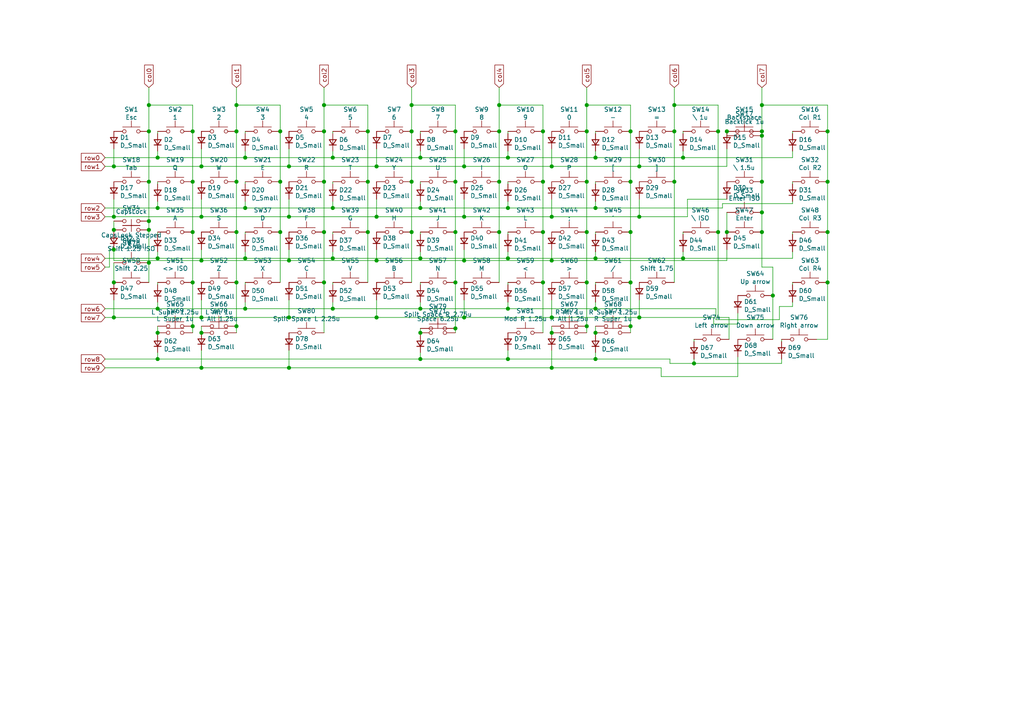
<source format=kicad_sch>
(kicad_sch (version 20210126) (generator eeschema)
  (paper "A4")
  (junction (at 33.02 48.26) (diameter 1.016))
  (junction (at 33.02 62.865) (diameter 1.016))
  (junction (at 33.02 66.675) (diameter 1.016))
  (junction (at 33.02 72.39) (diameter 1.016))
  (junction (at 33.02 81.915) (diameter 1.016))
  (junction (at 33.02 92.075) (diameter 1.016))
  (junction (at 43.18 30.48) (diameter 1.016))
  (junction (at 43.18 38.1) (diameter 1.016))
  (junction (at 43.18 52.705) (diameter 1.016))
  (junction (at 43.18 64.135) (diameter 1.016))
  (junction (at 43.18 66.675) (diameter 1.016))
  (junction (at 43.18 76.2) (diameter 1.016))
  (junction (at 45.72 45.72) (diameter 1.016))
  (junction (at 45.72 60.325) (diameter 1.016))
  (junction (at 45.72 74.93) (diameter 1.016))
  (junction (at 45.72 89.535) (diameter 1.016))
  (junction (at 45.72 96.52) (diameter 1.016))
  (junction (at 45.72 104.14) (diameter 1.016))
  (junction (at 55.88 38.1) (diameter 1.016))
  (junction (at 55.88 52.705) (diameter 1.016))
  (junction (at 55.88 67.31) (diameter 1.016))
  (junction (at 55.88 81.915) (diameter 1.016))
  (junction (at 55.88 94.615) (diameter 1.016))
  (junction (at 58.42 48.26) (diameter 1.016))
  (junction (at 58.42 62.865) (diameter 1.016))
  (junction (at 58.42 75.565) (diameter 1.016))
  (junction (at 58.42 92.075) (diameter 1.016))
  (junction (at 58.42 96.52) (diameter 1.016))
  (junction (at 58.42 106.68) (diameter 1.016))
  (junction (at 68.58 30.48) (diameter 1.016))
  (junction (at 68.58 38.1) (diameter 1.016))
  (junction (at 68.58 52.705) (diameter 1.016))
  (junction (at 68.58 67.31) (diameter 1.016))
  (junction (at 68.58 81.915) (diameter 1.016))
  (junction (at 68.58 94.615) (diameter 1.016))
  (junction (at 71.12 45.72) (diameter 1.016))
  (junction (at 71.12 60.325) (diameter 1.016))
  (junction (at 71.12 74.93) (diameter 1.016))
  (junction (at 71.12 89.535) (diameter 1.016))
  (junction (at 81.28 38.1) (diameter 1.016))
  (junction (at 81.28 52.705) (diameter 1.016))
  (junction (at 81.28 67.31) (diameter 1.016))
  (junction (at 83.82 48.26) (diameter 1.016))
  (junction (at 83.82 62.865) (diameter 1.016))
  (junction (at 83.82 75.565) (diameter 1.016))
  (junction (at 83.82 92.075) (diameter 1.016))
  (junction (at 83.82 106.68) (diameter 1.016))
  (junction (at 93.98 30.48) (diameter 1.016))
  (junction (at 93.98 38.1) (diameter 1.016))
  (junction (at 93.98 52.705) (diameter 1.016))
  (junction (at 93.98 67.31) (diameter 1.016))
  (junction (at 93.98 81.915) (diameter 1.016))
  (junction (at 96.52 45.72) (diameter 1.016))
  (junction (at 96.52 60.325) (diameter 1.016))
  (junction (at 96.52 74.93) (diameter 1.016))
  (junction (at 96.52 89.535) (diameter 1.016))
  (junction (at 106.68 38.1) (diameter 1.016))
  (junction (at 106.68 52.705) (diameter 1.016))
  (junction (at 106.68 67.31) (diameter 1.016))
  (junction (at 109.22 48.26) (diameter 1.016))
  (junction (at 109.22 62.865) (diameter 1.016))
  (junction (at 109.22 75.565) (diameter 1.016))
  (junction (at 109.22 92.075) (diameter 1.016))
  (junction (at 119.38 30.48) (diameter 1.016))
  (junction (at 119.38 38.1) (diameter 1.016))
  (junction (at 119.38 52.705) (diameter 1.016))
  (junction (at 119.38 67.31) (diameter 1.016))
  (junction (at 121.92 45.72) (diameter 1.016))
  (junction (at 121.92 60.325) (diameter 1.016))
  (junction (at 121.92 74.93) (diameter 1.016))
  (junction (at 121.92 89.535) (diameter 1.016))
  (junction (at 121.92 96.52) (diameter 1.016))
  (junction (at 121.92 104.14) (diameter 1.016))
  (junction (at 132.08 38.1) (diameter 1.016))
  (junction (at 132.08 52.705) (diameter 1.016))
  (junction (at 132.08 67.31) (diameter 1.016))
  (junction (at 132.08 81.915) (diameter 1.016))
  (junction (at 132.08 95.25) (diameter 1.016))
  (junction (at 134.62 48.26) (diameter 1.016))
  (junction (at 134.62 62.865) (diameter 1.016))
  (junction (at 134.62 75.565) (diameter 1.016))
  (junction (at 134.62 92.075) (diameter 1.016))
  (junction (at 144.78 30.48) (diameter 1.016))
  (junction (at 144.78 38.1) (diameter 1.016))
  (junction (at 144.78 52.705) (diameter 1.016))
  (junction (at 144.78 67.31) (diameter 1.016))
  (junction (at 147.32 45.72) (diameter 1.016))
  (junction (at 147.32 60.325) (diameter 1.016))
  (junction (at 147.32 74.93) (diameter 1.016))
  (junction (at 147.32 89.535) (diameter 1.016))
  (junction (at 147.32 104.14) (diameter 1.016))
  (junction (at 157.48 38.1) (diameter 1.016))
  (junction (at 157.48 52.705) (diameter 1.016))
  (junction (at 157.48 67.31) (diameter 1.016))
  (junction (at 157.48 81.915) (diameter 1.016))
  (junction (at 160.02 48.26) (diameter 1.016))
  (junction (at 160.02 62.865) (diameter 1.016))
  (junction (at 160.02 75.565) (diameter 1.016))
  (junction (at 160.02 92.075) (diameter 1.016))
  (junction (at 160.02 96.52) (diameter 1.016))
  (junction (at 160.02 106.68) (diameter 1.016))
  (junction (at 170.18 30.48) (diameter 1.016))
  (junction (at 170.18 38.1) (diameter 1.016))
  (junction (at 170.18 52.705) (diameter 1.016))
  (junction (at 170.18 67.31) (diameter 1.016))
  (junction (at 170.18 81.915) (diameter 1.016))
  (junction (at 170.18 94.615) (diameter 1.016))
  (junction (at 172.72 45.72) (diameter 1.016))
  (junction (at 172.72 60.325) (diameter 1.016))
  (junction (at 172.72 74.93) (diameter 1.016))
  (junction (at 172.72 89.535) (diameter 1.016))
  (junction (at 172.72 96.52) (diameter 1.016))
  (junction (at 172.72 104.14) (diameter 1.016))
  (junction (at 182.88 38.1) (diameter 1.016))
  (junction (at 182.88 52.705) (diameter 1.016))
  (junction (at 182.88 67.31) (diameter 1.016))
  (junction (at 182.88 81.915) (diameter 1.016))
  (junction (at 182.88 94.615) (diameter 1.016))
  (junction (at 185.42 48.26) (diameter 1.016))
  (junction (at 185.42 62.865) (diameter 1.016))
  (junction (at 185.42 92.075) (diameter 1.016))
  (junction (at 195.58 30.48) (diameter 1.016))
  (junction (at 195.58 38.1) (diameter 1.016))
  (junction (at 195.58 52.705) (diameter 1.016))
  (junction (at 198.12 45.72) (diameter 1.016))
  (junction (at 198.12 74.93) (diameter 1.016))
  (junction (at 201.295 105.41) (diameter 1.016))
  (junction (at 208.28 38.1) (diameter 1.016))
  (junction (at 208.28 67.31) (diameter 1.016))
  (junction (at 210.82 38.1) (diameter 1.016))
  (junction (at 210.82 67.31) (diameter 1.016))
  (junction (at 220.98 30.48) (diameter 1.016))
  (junction (at 220.98 38.1) (diameter 1.016))
  (junction (at 220.98 39.37) (diameter 1.016))
  (junction (at 220.98 52.705) (diameter 1.016))
  (junction (at 220.98 61.595) (diameter 1.016))
  (junction (at 220.98 67.31) (diameter 1.016))
  (junction (at 224.155 85.725) (diameter 1.016))
  (junction (at 240.03 38.1) (diameter 1.016))
  (junction (at 240.03 52.705) (diameter 1.016))
  (junction (at 240.03 67.31) (diameter 1.016))
  (junction (at 240.03 81.915) (diameter 1.016))
  (wire (pts (xy 30.48 45.72) (xy 45.72 45.72)))
  (wire (pts (xy 30.48 48.26) (xy 33.02 48.26)))
  (wire (pts (xy 30.48 60.325) (xy 45.72 60.325)))
  (wire (pts (xy 30.48 62.865) (xy 33.02 62.865)))
  (wire (pts (xy 30.48 74.93) (xy 45.72 74.93)))
  (wire (pts (xy 30.48 77.47) (xy 31.75 77.47)))
  (wire (pts (xy 30.48 89.535) (xy 45.72 89.535)))
  (wire (pts (xy 30.48 92.075) (xy 33.02 92.075)))
  (wire (pts (xy 30.48 104.14) (xy 45.72 104.14)))
  (wire (pts (xy 30.48 106.68) (xy 58.42 106.68)))
  (wire (pts (xy 31.75 72.39) (xy 33.02 72.39)))
  (wire (pts (xy 31.75 77.47) (xy 31.75 72.39)))
  (wire (pts (xy 33.02 48.26) (xy 33.02 43.18)))
  (wire (pts (xy 33.02 48.26) (xy 58.42 48.26)))
  (wire (pts (xy 33.02 62.865) (xy 33.02 57.785)))
  (wire (pts (xy 33.02 62.865) (xy 58.42 62.865)))
  (wire (pts (xy 33.02 64.135) (xy 33.02 66.675)))
  (wire (pts (xy 33.02 66.675) (xy 33.02 67.31)))
  (wire (pts (xy 33.02 72.39) (xy 33.02 75.565)))
  (wire (pts (xy 33.02 75.565) (xy 58.42 75.565)))
  (wire (pts (xy 33.02 76.2) (xy 33.02 81.915)))
  (wire (pts (xy 33.02 92.075) (xy 33.02 86.995)))
  (wire (pts (xy 33.02 92.075) (xy 58.42 92.075)))
  (wire (pts (xy 43.18 25.4) (xy 43.18 30.48)))
  (wire (pts (xy 43.18 30.48) (xy 43.18 38.1)))
  (wire (pts (xy 43.18 30.48) (xy 55.88 30.48)))
  (wire (pts (xy 43.18 38.1) (xy 43.18 52.705)))
  (wire (pts (xy 43.18 52.705) (xy 43.18 64.135)))
  (wire (pts (xy 43.18 64.135) (xy 43.18 66.675)))
  (wire (pts (xy 43.18 66.675) (xy 43.18 76.2)))
  (wire (pts (xy 43.18 76.2) (xy 43.18 81.915)))
  (wire (pts (xy 45.72 38.1) (xy 45.72 38.735)))
  (wire (pts (xy 45.72 45.72) (xy 45.72 43.815)))
  (wire (pts (xy 45.72 45.72) (xy 71.12 45.72)))
  (wire (pts (xy 45.72 52.705) (xy 45.72 53.34)))
  (wire (pts (xy 45.72 60.325) (xy 45.72 58.42)))
  (wire (pts (xy 45.72 60.325) (xy 71.12 60.325)))
  (wire (pts (xy 45.72 67.31) (xy 45.72 67.945)))
  (wire (pts (xy 45.72 74.93) (xy 45.72 73.025)))
  (wire (pts (xy 45.72 74.93) (xy 71.12 74.93)))
  (wire (pts (xy 45.72 81.915) (xy 45.72 82.55)))
  (wire (pts (xy 45.72 89.535) (xy 45.72 87.63)))
  (wire (pts (xy 45.72 89.535) (xy 71.12 89.535)))
  (wire (pts (xy 45.72 94.615) (xy 45.72 96.52)))
  (wire (pts (xy 45.72 96.52) (xy 45.72 97.155)))
  (wire (pts (xy 45.72 104.14) (xy 45.72 102.235)))
  (wire (pts (xy 45.72 104.14) (xy 121.92 104.14)))
  (wire (pts (xy 55.88 30.48) (xy 55.88 38.1)))
  (wire (pts (xy 55.88 38.1) (xy 55.88 52.705)))
  (wire (pts (xy 55.88 52.705) (xy 55.88 67.31)))
  (wire (pts (xy 55.88 67.31) (xy 55.88 81.915)))
  (wire (pts (xy 55.88 81.915) (xy 55.88 94.615)))
  (wire (pts (xy 55.88 94.615) (xy 55.88 96.52)))
  (wire (pts (xy 58.42 48.26) (xy 58.42 43.18)))
  (wire (pts (xy 58.42 48.26) (xy 83.82 48.26)))
  (wire (pts (xy 58.42 62.865) (xy 58.42 57.785)))
  (wire (pts (xy 58.42 62.865) (xy 83.82 62.865)))
  (wire (pts (xy 58.42 75.565) (xy 58.42 72.39)))
  (wire (pts (xy 58.42 75.565) (xy 83.82 75.565)))
  (wire (pts (xy 58.42 92.075) (xy 58.42 86.995)))
  (wire (pts (xy 58.42 92.075) (xy 83.82 92.075)))
  (wire (pts (xy 58.42 94.615) (xy 58.42 96.52)))
  (wire (pts (xy 58.42 106.68) (xy 58.42 101.6)))
  (wire (pts (xy 58.42 106.68) (xy 83.82 106.68)))
  (wire (pts (xy 68.58 25.4) (xy 68.58 30.48)))
  (wire (pts (xy 68.58 30.48) (xy 68.58 38.1)))
  (wire (pts (xy 68.58 30.48) (xy 81.28 30.48)))
  (wire (pts (xy 68.58 38.1) (xy 68.58 52.705)))
  (wire (pts (xy 68.58 52.705) (xy 68.58 67.31)))
  (wire (pts (xy 68.58 67.31) (xy 68.58 81.915)))
  (wire (pts (xy 68.58 81.915) (xy 68.58 94.615)))
  (wire (pts (xy 68.58 94.615) (xy 68.58 96.52)))
  (wire (pts (xy 71.12 38.1) (xy 71.12 38.735)))
  (wire (pts (xy 71.12 45.72) (xy 71.12 43.815)))
  (wire (pts (xy 71.12 45.72) (xy 96.52 45.72)))
  (wire (pts (xy 71.12 52.705) (xy 71.12 53.34)))
  (wire (pts (xy 71.12 60.325) (xy 71.12 58.42)))
  (wire (pts (xy 71.12 60.325) (xy 96.52 60.325)))
  (wire (pts (xy 71.12 67.31) (xy 71.12 67.945)))
  (wire (pts (xy 71.12 74.93) (xy 71.12 73.025)))
  (wire (pts (xy 71.12 74.93) (xy 96.52 74.93)))
  (wire (pts (xy 71.12 81.915) (xy 71.12 82.55)))
  (wire (pts (xy 71.12 89.535) (xy 71.12 87.63)))
  (wire (pts (xy 71.12 89.535) (xy 96.52 89.535)))
  (wire (pts (xy 81.28 30.48) (xy 81.28 38.1)))
  (wire (pts (xy 81.28 38.1) (xy 81.28 52.705)))
  (wire (pts (xy 81.28 52.705) (xy 81.28 67.31)))
  (wire (pts (xy 81.28 67.31) (xy 81.28 81.915)))
  (wire (pts (xy 83.82 48.26) (xy 83.82 43.18)))
  (wire (pts (xy 83.82 48.26) (xy 109.22 48.26)))
  (wire (pts (xy 83.82 62.865) (xy 83.82 57.785)))
  (wire (pts (xy 83.82 62.865) (xy 109.22 62.865)))
  (wire (pts (xy 83.82 75.565) (xy 83.82 72.39)))
  (wire (pts (xy 83.82 75.565) (xy 109.22 75.565)))
  (wire (pts (xy 83.82 92.075) (xy 83.82 86.995)))
  (wire (pts (xy 83.82 92.075) (xy 109.22 92.075)))
  (wire (pts (xy 83.82 101.6) (xy 83.82 106.68)))
  (wire (pts (xy 83.82 106.68) (xy 160.02 106.68)))
  (wire (pts (xy 93.98 25.4) (xy 93.98 30.48)))
  (wire (pts (xy 93.98 30.48) (xy 93.98 38.1)))
  (wire (pts (xy 93.98 30.48) (xy 106.68 30.48)))
  (wire (pts (xy 93.98 38.1) (xy 93.98 52.705)))
  (wire (pts (xy 93.98 52.705) (xy 93.98 67.31)))
  (wire (pts (xy 93.98 67.31) (xy 93.98 81.915)))
  (wire (pts (xy 93.98 81.915) (xy 93.98 96.52)))
  (wire (pts (xy 96.52 38.1) (xy 96.52 38.735)))
  (wire (pts (xy 96.52 45.72) (xy 96.52 43.815)))
  (wire (pts (xy 96.52 45.72) (xy 121.92 45.72)))
  (wire (pts (xy 96.52 52.705) (xy 96.52 53.34)))
  (wire (pts (xy 96.52 60.325) (xy 96.52 58.42)))
  (wire (pts (xy 96.52 60.325) (xy 121.92 60.325)))
  (wire (pts (xy 96.52 67.31) (xy 96.52 67.945)))
  (wire (pts (xy 96.52 74.93) (xy 96.52 73.025)))
  (wire (pts (xy 96.52 74.93) (xy 121.92 74.93)))
  (wire (pts (xy 96.52 81.915) (xy 96.52 82.55)))
  (wire (pts (xy 96.52 89.535) (xy 96.52 87.63)))
  (wire (pts (xy 96.52 89.535) (xy 121.92 89.535)))
  (wire (pts (xy 106.68 30.48) (xy 106.68 38.1)))
  (wire (pts (xy 106.68 38.1) (xy 106.68 52.705)))
  (wire (pts (xy 106.68 52.705) (xy 106.68 67.31)))
  (wire (pts (xy 106.68 67.31) (xy 106.68 81.915)))
  (wire (pts (xy 109.22 48.26) (xy 109.22 43.18)))
  (wire (pts (xy 109.22 48.26) (xy 134.62 48.26)))
  (wire (pts (xy 109.22 62.865) (xy 109.22 57.785)))
  (wire (pts (xy 109.22 62.865) (xy 134.62 62.865)))
  (wire (pts (xy 109.22 75.565) (xy 109.22 72.39)))
  (wire (pts (xy 109.22 75.565) (xy 134.62 75.565)))
  (wire (pts (xy 109.22 92.075) (xy 109.22 86.995)))
  (wire (pts (xy 109.22 92.075) (xy 134.62 92.075)))
  (wire (pts (xy 119.38 25.4) (xy 119.38 30.48)))
  (wire (pts (xy 119.38 30.48) (xy 119.38 38.1)))
  (wire (pts (xy 119.38 30.48) (xy 132.08 30.48)))
  (wire (pts (xy 119.38 38.1) (xy 119.38 52.705)))
  (wire (pts (xy 119.38 52.705) (xy 119.38 67.31)))
  (wire (pts (xy 119.38 67.31) (xy 119.38 81.915)))
  (wire (pts (xy 121.92 38.1) (xy 121.92 38.735)))
  (wire (pts (xy 121.92 45.72) (xy 121.92 43.815)))
  (wire (pts (xy 121.92 45.72) (xy 147.32 45.72)))
  (wire (pts (xy 121.92 52.705) (xy 121.92 53.34)))
  (wire (pts (xy 121.92 60.325) (xy 121.92 58.42)))
  (wire (pts (xy 121.92 60.325) (xy 147.32 60.325)))
  (wire (pts (xy 121.92 67.31) (xy 121.92 67.945)))
  (wire (pts (xy 121.92 74.93) (xy 121.92 73.025)))
  (wire (pts (xy 121.92 74.93) (xy 147.32 74.93)))
  (wire (pts (xy 121.92 81.915) (xy 121.92 82.55)))
  (wire (pts (xy 121.92 89.535) (xy 121.92 87.63)))
  (wire (pts (xy 121.92 89.535) (xy 147.32 89.535)))
  (wire (pts (xy 121.92 95.25) (xy 121.92 96.52)))
  (wire (pts (xy 121.92 96.52) (xy 121.92 97.155)))
  (wire (pts (xy 121.92 104.14) (xy 121.92 102.235)))
  (wire (pts (xy 121.92 104.14) (xy 147.32 104.14)))
  (wire (pts (xy 132.08 30.48) (xy 132.08 38.1)))
  (wire (pts (xy 132.08 38.1) (xy 132.08 52.705)))
  (wire (pts (xy 132.08 52.705) (xy 132.08 67.31)))
  (wire (pts (xy 132.08 67.31) (xy 132.08 81.915)))
  (wire (pts (xy 132.08 81.915) (xy 132.08 95.25)))
  (wire (pts (xy 132.08 95.25) (xy 132.08 96.52)))
  (wire (pts (xy 134.62 48.26) (xy 134.62 43.18)))
  (wire (pts (xy 134.62 48.26) (xy 160.02 48.26)))
  (wire (pts (xy 134.62 62.865) (xy 134.62 57.785)))
  (wire (pts (xy 134.62 62.865) (xy 160.02 62.865)))
  (wire (pts (xy 134.62 75.565) (xy 134.62 72.39)))
  (wire (pts (xy 134.62 75.565) (xy 160.02 75.565)))
  (wire (pts (xy 134.62 92.075) (xy 134.62 86.995)))
  (wire (pts (xy 134.62 92.075) (xy 160.02 92.075)))
  (wire (pts (xy 144.78 25.4) (xy 144.78 30.48)))
  (wire (pts (xy 144.78 30.48) (xy 144.78 38.1)))
  (wire (pts (xy 144.78 30.48) (xy 157.48 30.48)))
  (wire (pts (xy 144.78 38.1) (xy 144.78 52.705)))
  (wire (pts (xy 144.78 52.705) (xy 144.78 67.31)))
  (wire (pts (xy 144.78 67.31) (xy 144.78 81.915)))
  (wire (pts (xy 147.32 38.1) (xy 147.32 38.735)))
  (wire (pts (xy 147.32 45.72) (xy 147.32 43.815)))
  (wire (pts (xy 147.32 45.72) (xy 172.72 45.72)))
  (wire (pts (xy 147.32 52.705) (xy 147.32 53.34)))
  (wire (pts (xy 147.32 60.325) (xy 147.32 58.42)))
  (wire (pts (xy 147.32 60.325) (xy 172.72 60.325)))
  (wire (pts (xy 147.32 67.31) (xy 147.32 67.945)))
  (wire (pts (xy 147.32 74.93) (xy 147.32 73.025)))
  (wire (pts (xy 147.32 74.93) (xy 172.72 74.93)))
  (wire (pts (xy 147.32 81.915) (xy 147.32 82.55)))
  (wire (pts (xy 147.32 89.535) (xy 147.32 87.63)))
  (wire (pts (xy 147.32 89.535) (xy 172.72 89.535)))
  (wire (pts (xy 147.32 101.6) (xy 147.32 104.14)))
  (wire (pts (xy 147.32 104.14) (xy 172.72 104.14)))
  (wire (pts (xy 157.48 30.48) (xy 157.48 38.1)))
  (wire (pts (xy 157.48 38.1) (xy 157.48 52.705)))
  (wire (pts (xy 157.48 52.705) (xy 157.48 67.31)))
  (wire (pts (xy 157.48 67.31) (xy 157.48 81.915)))
  (wire (pts (xy 157.48 81.915) (xy 157.48 96.52)))
  (wire (pts (xy 160.02 48.26) (xy 160.02 43.18)))
  (wire (pts (xy 160.02 48.26) (xy 185.42 48.26)))
  (wire (pts (xy 160.02 62.865) (xy 160.02 57.785)))
  (wire (pts (xy 160.02 62.865) (xy 185.42 62.865)))
  (wire (pts (xy 160.02 75.565) (xy 160.02 72.39)))
  (wire (pts (xy 160.02 75.565) (xy 210.82 75.565)))
  (wire (pts (xy 160.02 92.075) (xy 160.02 86.995)))
  (wire (pts (xy 160.02 92.075) (xy 185.42 92.075)))
  (wire (pts (xy 160.02 94.615) (xy 160.02 96.52)))
  (wire (pts (xy 160.02 106.68) (xy 160.02 101.6)))
  (wire (pts (xy 160.02 106.68) (xy 191.77 106.68)))
  (wire (pts (xy 170.18 25.4) (xy 170.18 30.48)))
  (wire (pts (xy 170.18 30.48) (xy 170.18 38.1)))
  (wire (pts (xy 170.18 38.1) (xy 170.18 52.705)))
  (wire (pts (xy 170.18 52.705) (xy 170.18 67.31)))
  (wire (pts (xy 170.18 67.31) (xy 170.18 81.915)))
  (wire (pts (xy 170.18 81.915) (xy 170.18 94.615)))
  (wire (pts (xy 170.18 94.615) (xy 170.18 96.52)))
  (wire (pts (xy 172.72 38.1) (xy 172.72 38.735)))
  (wire (pts (xy 172.72 45.72) (xy 172.72 43.815)))
  (wire (pts (xy 172.72 45.72) (xy 198.12 45.72)))
  (wire (pts (xy 172.72 52.705) (xy 172.72 53.34)))
  (wire (pts (xy 172.72 60.325) (xy 172.72 58.42)))
  (wire (pts (xy 172.72 60.325) (xy 209.55 60.325)))
  (wire (pts (xy 172.72 67.31) (xy 172.72 67.945)))
  (wire (pts (xy 172.72 74.93) (xy 172.72 73.025)))
  (wire (pts (xy 172.72 74.93) (xy 198.12 74.93)))
  (wire (pts (xy 172.72 81.915) (xy 172.72 82.55)))
  (wire (pts (xy 172.72 89.535) (xy 172.72 87.63)))
  (wire (pts (xy 172.72 89.535) (xy 207.645 89.535)))
  (wire (pts (xy 172.72 94.615) (xy 172.72 96.52)))
  (wire (pts (xy 172.72 96.52) (xy 172.72 97.155)))
  (wire (pts (xy 172.72 104.14) (xy 172.72 102.235)))
  (wire (pts (xy 172.72 104.14) (xy 194.31 104.14)))
  (wire (pts (xy 182.88 30.48) (xy 170.18 30.48)))
  (wire (pts (xy 182.88 30.48) (xy 182.88 38.1)))
  (wire (pts (xy 182.88 38.1) (xy 182.88 52.705)))
  (wire (pts (xy 182.88 52.705) (xy 182.88 67.31)))
  (wire (pts (xy 182.88 67.31) (xy 182.88 81.915)))
  (wire (pts (xy 182.88 81.915) (xy 182.88 94.615)))
  (wire (pts (xy 182.88 94.615) (xy 182.88 96.52)))
  (wire (pts (xy 185.42 48.26) (xy 185.42 43.18)))
  (wire (pts (xy 185.42 48.26) (xy 210.82 48.26)))
  (wire (pts (xy 185.42 62.865) (xy 185.42 57.785)))
  (wire (pts (xy 185.42 62.865) (xy 199.39 62.865)))
  (wire (pts (xy 185.42 92.075) (xy 185.42 86.995)))
  (wire (pts (xy 185.42 92.075) (xy 207.01 92.075)))
  (wire (pts (xy 191.77 106.68) (xy 191.77 109.22)))
  (wire (pts (xy 191.77 109.22) (xy 213.995 109.22)))
  (wire (pts (xy 194.31 104.14) (xy 194.31 105.41)))
  (wire (pts (xy 194.31 105.41) (xy 201.295 105.41)))
  (wire (pts (xy 195.58 25.4) (xy 195.58 30.48)))
  (wire (pts (xy 195.58 30.48) (xy 195.58 38.1)))
  (wire (pts (xy 195.58 30.48) (xy 208.28 30.48)))
  (wire (pts (xy 195.58 38.1) (xy 195.58 52.705)))
  (wire (pts (xy 195.58 52.705) (xy 195.58 81.915)))
  (wire (pts (xy 198.12 38.1) (xy 198.12 38.735)))
  (wire (pts (xy 198.12 45.72) (xy 198.12 43.815)))
  (wire (pts (xy 198.12 45.72) (xy 229.87 45.72)))
  (wire (pts (xy 198.12 67.31) (xy 198.12 67.945)))
  (wire (pts (xy 198.12 74.93) (xy 198.12 73.025)))
  (wire (pts (xy 198.12 74.93) (xy 229.87 74.93)))
  (wire (pts (xy 199.39 57.785) (xy 210.82 57.785)))
  (wire (pts (xy 199.39 62.865) (xy 199.39 57.785)))
  (wire (pts (xy 201.295 98.425) (xy 201.295 99.06)))
  (wire (pts (xy 201.295 105.41) (xy 201.295 104.14)))
  (wire (pts (xy 201.295 105.41) (xy 226.695 105.41)))
  (wire (pts (xy 207.01 92.075) (xy 207.01 93.98)))
  (wire (pts (xy 207.01 93.98) (xy 213.995 93.98)))
  (wire (pts (xy 207.645 89.535) (xy 207.645 92.71)))
  (wire (pts (xy 207.645 92.71) (xy 226.06 92.71)))
  (wire (pts (xy 208.28 30.48) (xy 208.28 38.1)))
  (wire (pts (xy 208.28 38.1) (xy 208.28 67.31)))
  (wire (pts (xy 208.28 67.31) (xy 208.28 92.075)))
  (wire (pts (xy 208.28 92.075) (xy 211.455 92.075)))
  (wire (pts (xy 209.55 59.055) (xy 229.87 59.055)))
  (wire (pts (xy 209.55 60.325) (xy 209.55 59.055)))
  (wire (pts (xy 210.82 38.1) (xy 210.82 39.37)))
  (wire (pts (xy 210.82 48.26) (xy 210.82 43.18)))
  (wire (pts (xy 210.82 61.595) (xy 210.82 67.31)))
  (wire (pts (xy 210.82 75.565) (xy 210.82 72.39)))
  (wire (pts (xy 211.455 92.075) (xy 211.455 98.425)))
  (wire (pts (xy 213.995 93.98) (xy 213.995 90.805)))
  (wire (pts (xy 213.995 109.22) (xy 213.995 103.505)))
  (wire (pts (xy 220.98 25.4) (xy 220.98 30.48)))
  (wire (pts (xy 220.98 30.48) (xy 220.98 38.1)))
  (wire (pts (xy 220.98 38.1) (xy 220.98 39.37)))
  (wire (pts (xy 220.98 39.37) (xy 220.98 52.705)))
  (wire (pts (xy 220.98 52.705) (xy 220.98 61.595)))
  (wire (pts (xy 220.98 61.595) (xy 220.98 67.31)))
  (wire (pts (xy 220.98 67.31) (xy 220.98 77.47)))
  (wire (pts (xy 220.98 77.47) (xy 224.155 77.47)))
  (wire (pts (xy 224.155 77.47) (xy 224.155 85.725)))
  (wire (pts (xy 224.155 85.725) (xy 224.155 98.425)))
  (wire (pts (xy 226.06 88.9) (xy 229.87 88.9)))
  (wire (pts (xy 226.06 92.71) (xy 226.06 88.9)))
  (wire (pts (xy 226.695 98.425) (xy 226.695 99.06)))
  (wire (pts (xy 226.695 105.41) (xy 226.695 104.14)))
  (wire (pts (xy 229.87 38.1) (xy 229.87 38.735)))
  (wire (pts (xy 229.87 45.72) (xy 229.87 43.815)))
  (wire (pts (xy 229.87 52.705) (xy 229.87 53.34)))
  (wire (pts (xy 229.87 59.055) (xy 229.87 58.42)))
  (wire (pts (xy 229.87 67.31) (xy 229.87 67.945)))
  (wire (pts (xy 229.87 74.93) (xy 229.87 73.025)))
  (wire (pts (xy 229.87 81.915) (xy 229.87 82.55)))
  (wire (pts (xy 229.87 88.9) (xy 229.87 87.63)))
  (wire (pts (xy 240.03 30.48) (xy 220.98 30.48)))
  (wire (pts (xy 240.03 30.48) (xy 240.03 38.1)))
  (wire (pts (xy 240.03 38.1) (xy 240.03 52.705)))
  (wire (pts (xy 240.03 52.705) (xy 240.03 67.31)))
  (wire (pts (xy 240.03 67.31) (xy 240.03 81.915)))
  (wire (pts (xy 240.03 81.915) (xy 240.03 98.425)))
  (wire (pts (xy 240.03 98.425) (xy 236.855 98.425)))
  (global_label "row0" (shape input) (at 30.48 45.72 180) (property "Intersheet References" "${INTERSHEET_REFS}" (effects hide)))
  (global_label "row1" (shape input) (at 30.48 48.26 180) (property "Intersheet References" "${INTERSHEET_REFS}" (effects hide)))
  (global_label "row2" (shape input) (at 30.48 60.325 180) (property "Intersheet References" "${INTERSHEET_REFS}" (effects hide)))
  (global_label "row3" (shape input) (at 30.48 62.865 180) (property "Intersheet References" "${INTERSHEET_REFS}" (effects hide)))
  (global_label "row4" (shape input) (at 30.48 74.93 180) (property "Intersheet References" "${INTERSHEET_REFS}" (effects hide)))
  (global_label "row5" (shape input) (at 30.48 77.47 180) (property "Intersheet References" "${INTERSHEET_REFS}" (effects hide)))
  (global_label "row6" (shape input) (at 30.48 89.535 180) (property "Intersheet References" "${INTERSHEET_REFS}" (effects hide)))
  (global_label "row7" (shape input) (at 30.48 92.075 180) (property "Intersheet References" "${INTERSHEET_REFS}" (effects hide)))
  (global_label "row8" (shape input) (at 30.48 104.14 180) (property "Intersheet References" "${INTERSHEET_REFS}" (effects hide)))
  (global_label "row9" (shape input) (at 30.48 106.68 180) (property "Intersheet References" "${INTERSHEET_REFS}" (effects hide)))
  (global_label "col0" (shape input) (at 43.18 25.4 90) (property "Intersheet References" "${INTERSHEET_REFS}" (effects hide)))
  (global_label "col1" (shape input) (at 68.58 25.4 90) (property "Intersheet References" "${INTERSHEET_REFS}" (effects hide)))
  (global_label "col2" (shape input) (at 93.98 25.4 90) (property "Intersheet References" "${INTERSHEET_REFS}" (effects hide)))
  (global_label "col3" (shape input) (at 119.38 25.4 90) (property "Intersheet References" "${INTERSHEET_REFS}" (effects hide)))
  (global_label "col4" (shape input) (at 144.78 25.4 90) (property "Intersheet References" "${INTERSHEET_REFS}" (effects hide)))
  (global_label "col5" (shape input) (at 170.18 25.4 90) (property "Intersheet References" "${INTERSHEET_REFS}" (effects hide)))
  (global_label "col6" (shape input) (at 195.58 25.4 90) (property "Intersheet References" "${INTERSHEET_REFS}" (effects hide)))
  (global_label "col7" (shape input) (at 220.98 25.4 90) (property "Intersheet References" "${INTERSHEET_REFS}" (effects hide)))
  (symbol (lib_id "Device:D_Small") (at 33.02 40.64 90) (unit 1)
    (property "Reference" "D1" (at 34.7981 39.8791 90) (effects (justify right)))
    (property "Value" "D_Small" (at 34.7981 42.1778 90) (effects (justify right)))
    (property "Footprint" "Diode_SMD:D_0805_2012Metric" (effects hide))
  )
  (symbol (lib_id "Device:D_Small") (at 33.02 55.245 90) (unit 1)
    (property "Reference" "D17" (at 34.7981 54.4841 90) (effects (justify right)))
    (property "Value" "D_Small" (at 34.7981 56.7828 90) (effects (justify right)))
    (property "Footprint" "Diode_SMD:D_0805_2012Metric" (effects hide))
  )
  (symbol (lib_id "Device:D_Small") (at 33.02 69.85 90) (unit 1)
    (property "Reference" "D32" (at 34.7981 69.0891 90) (effects (justify right)))
    (property "Value" "D_Small" (at 34.7981 71.3878 90) (effects (justify right)))
    (property "Footprint" "Diode_SMD:D_0805_2012Metric" (effects hide))
  )
  (symbol (lib_id "Device:D_Small") (at 33.02 84.455 90) (unit 1)
    (property "Reference" "D47" (at 34.7981 83.6941 90) (effects (justify right)))
    (property "Value" "D_Small" (at 34.7981 85.9928 90) (effects (justify right)))
    (property "Footprint" "Diode_SMD:D_0805_2012Metric" (effects hide))
  )
  (symbol (lib_id "Device:D_Small") (at 45.72 41.275 90) (unit 1)
    (property "Reference" "D2" (at 47.4981 40.5141 90) (effects (justify right)))
    (property "Value" "D_Small" (at 47.4981 42.8128 90) (effects (justify right)))
    (property "Footprint" "Diode_SMD:D_0805_2012Metric" (effects hide))
  )
  (symbol (lib_id "Device:D_Small") (at 45.72 55.88 90) (unit 1)
    (property "Reference" "D18" (at 47.4981 55.1191 90) (effects (justify right)))
    (property "Value" "D_Small" (at 47.4981 57.4178 90) (effects (justify right)))
    (property "Footprint" "Diode_SMD:D_0805_2012Metric" (effects hide))
  )
  (symbol (lib_id "Device:D_Small") (at 45.72 70.485 90) (unit 1)
    (property "Reference" "D33" (at 47.4981 69.7241 90) (effects (justify right)))
    (property "Value" "D_Small" (at 47.4981 72.0228 90) (effects (justify right)))
    (property "Footprint" "Diode_SMD:D_0805_2012Metric" (effects hide))
  )
  (symbol (lib_id "Device:D_Small") (at 45.72 85.09 90) (unit 1)
    (property "Reference" "D48" (at 47.4981 84.3291 90) (effects (justify right)))
    (property "Value" "D_Small" (at 47.4981 86.6278 90) (effects (justify right)))
    (property "Footprint" "Diode_SMD:D_0805_2012Metric" (effects hide))
  )
  (symbol (lib_id "Device:D_Small") (at 45.72 99.695 90) (unit 1)
    (property "Reference" "D62" (at 47.4981 98.9341 90) (effects (justify right)))
    (property "Value" "D_Small" (at 47.4981 101.2328 90) (effects (justify right)))
    (property "Footprint" "Diode_SMD:D_0805_2012Metric" (effects hide))
  )
  (symbol (lib_id "Device:D_Small") (at 58.42 40.64 90) (unit 1)
    (property "Reference" "D3" (at 60.1981 39.8791 90) (effects (justify right)))
    (property "Value" "D_Small" (at 60.1981 42.1778 90) (effects (justify right)))
    (property "Footprint" "Diode_SMD:D_0805_2012Metric" (effects hide))
  )
  (symbol (lib_id "Device:D_Small") (at 58.42 55.245 90) (unit 1)
    (property "Reference" "D19" (at 60.1981 54.4841 90) (effects (justify right)))
    (property "Value" "D_Small" (at 60.1981 56.7828 90) (effects (justify right)))
    (property "Footprint" "Diode_SMD:D_0805_2012Metric" (effects hide))
  )
  (symbol (lib_id "Device:D_Small") (at 58.42 69.85 90) (unit 1)
    (property "Reference" "D34" (at 60.1981 69.0891 90) (effects (justify right)))
    (property "Value" "D_Small" (at 60.1981 71.3878 90) (effects (justify right)))
    (property "Footprint" "Diode_SMD:D_0805_2012Metric" (effects hide))
  )
  (symbol (lib_id "Device:D_Small") (at 58.42 84.455 90) (unit 1)
    (property "Reference" "D49" (at 60.1981 83.6941 90) (effects (justify right)))
    (property "Value" "D_Small" (at 60.1981 85.9928 90) (effects (justify right)))
    (property "Footprint" "Diode_SMD:D_0805_2012Metric" (effects hide))
  )
  (symbol (lib_id "Device:D_Small") (at 58.42 99.06 90) (unit 1)
    (property "Reference" "D63" (at 60.1981 98.2991 90) (effects (justify right)))
    (property "Value" "D_Small" (at 60.1981 100.5978 90) (effects (justify right)))
    (property "Footprint" "Diode_SMD:D_0805_2012Metric" (effects hide))
  )
  (symbol (lib_id "Device:D_Small") (at 71.12 41.275 90) (unit 1)
    (property "Reference" "D4" (at 72.8981 40.5141 90) (effects (justify right)))
    (property "Value" "D_Small" (at 72.8981 42.8128 90) (effects (justify right)))
    (property "Footprint" "Diode_SMD:D_0805_2012Metric" (effects hide))
  )
  (symbol (lib_id "Device:D_Small") (at 71.12 55.88 90) (unit 1)
    (property "Reference" "D20" (at 72.8981 55.1191 90) (effects (justify right)))
    (property "Value" "D_Small" (at 72.8981 57.4178 90) (effects (justify right)))
    (property "Footprint" "Diode_SMD:D_0805_2012Metric" (effects hide))
  )
  (symbol (lib_id "Device:D_Small") (at 71.12 70.485 90) (unit 1)
    (property "Reference" "D35" (at 72.8981 69.7241 90) (effects (justify right)))
    (property "Value" "D_Small" (at 72.8981 72.0228 90) (effects (justify right)))
    (property "Footprint" "Diode_SMD:D_0805_2012Metric" (effects hide))
  )
  (symbol (lib_id "Device:D_Small") (at 71.12 85.09 90) (unit 1)
    (property "Reference" "D50" (at 72.8981 84.3291 90) (effects (justify right)))
    (property "Value" "D_Small" (at 72.8981 86.6278 90) (effects (justify right)))
    (property "Footprint" "Diode_SMD:D_0805_2012Metric" (effects hide))
  )
  (symbol (lib_id "Device:D_Small") (at 83.82 40.64 90) (unit 1)
    (property "Reference" "D5" (at 85.5981 39.8791 90) (effects (justify right)))
    (property "Value" "D_Small" (at 85.5981 42.1778 90) (effects (justify right)))
    (property "Footprint" "Diode_SMD:D_0805_2012Metric" (effects hide))
  )
  (symbol (lib_id "Device:D_Small") (at 83.82 55.245 90) (unit 1)
    (property "Reference" "D21" (at 85.5981 54.4841 90) (effects (justify right)))
    (property "Value" "D_Small" (at 85.5981 56.7828 90) (effects (justify right)))
    (property "Footprint" "Diode_SMD:D_0805_2012Metric" (effects hide))
  )
  (symbol (lib_id "Device:D_Small") (at 83.82 69.85 90) (unit 1)
    (property "Reference" "D36" (at 85.5981 69.0891 90) (effects (justify right)))
    (property "Value" "D_Small" (at 85.5981 71.3878 90) (effects (justify right)))
    (property "Footprint" "Diode_SMD:D_0805_2012Metric" (effects hide))
  )
  (symbol (lib_id "Device:D_Small") (at 83.82 84.455 90) (unit 1)
    (property "Reference" "D51" (at 85.5981 83.6941 90) (effects (justify right)))
    (property "Value" "D_Small" (at 85.5981 85.9928 90) (effects (justify right)))
    (property "Footprint" "Diode_SMD:D_0805_2012Metric" (effects hide))
  )
  (symbol (lib_id "Device:D_Small") (at 83.82 99.06 90) (unit 1)
    (property "Reference" "D78" (at 85.5981 98.2991 90) (effects (justify right)))
    (property "Value" "D_Small" (at 85.5981 100.5978 90) (effects (justify right)))
    (property "Footprint" "Diode_SMD:D_0805_2012Metric" (effects hide))
  )
  (symbol (lib_id "Device:D_Small") (at 96.52 41.275 90) (unit 1)
    (property "Reference" "D6" (at 98.2981 40.5141 90) (effects (justify right)))
    (property "Value" "D_Small" (at 98.2981 42.8128 90) (effects (justify right)))
    (property "Footprint" "Diode_SMD:D_0805_2012Metric" (effects hide))
  )
  (symbol (lib_id "Device:D_Small") (at 96.52 55.88 90) (unit 1)
    (property "Reference" "D22" (at 98.2981 55.1191 90) (effects (justify right)))
    (property "Value" "D_Small" (at 98.2981 57.4178 90) (effects (justify right)))
    (property "Footprint" "Diode_SMD:D_0805_2012Metric" (effects hide))
  )
  (symbol (lib_id "Device:D_Small") (at 96.52 70.485 90) (unit 1)
    (property "Reference" "D37" (at 98.2981 69.7241 90) (effects (justify right)))
    (property "Value" "D_Small" (at 98.2981 72.0228 90) (effects (justify right)))
    (property "Footprint" "Diode_SMD:D_0805_2012Metric" (effects hide))
  )
  (symbol (lib_id "Device:D_Small") (at 96.52 85.09 90) (unit 1)
    (property "Reference" "D52" (at 98.2981 84.3291 90) (effects (justify right)))
    (property "Value" "D_Small" (at 98.2981 86.6278 90) (effects (justify right)))
    (property "Footprint" "Diode_SMD:D_0805_2012Metric" (effects hide))
  )
  (symbol (lib_id "Device:D_Small") (at 109.22 40.64 90) (unit 1)
    (property "Reference" "D7" (at 110.9981 39.8791 90) (effects (justify right)))
    (property "Value" "D_Small" (at 110.9981 42.1778 90) (effects (justify right)))
    (property "Footprint" "Diode_SMD:D_0805_2012Metric" (effects hide))
  )
  (symbol (lib_id "Device:D_Small") (at 109.22 55.245 90) (unit 1)
    (property "Reference" "D23" (at 110.9981 54.4841 90) (effects (justify right)))
    (property "Value" "D_Small" (at 110.9981 56.7828 90) (effects (justify right)))
    (property "Footprint" "Diode_SMD:D_0805_2012Metric" (effects hide))
  )
  (symbol (lib_id "Device:D_Small") (at 109.22 69.85 90) (unit 1)
    (property "Reference" "D38" (at 110.9981 69.0891 90) (effects (justify right)))
    (property "Value" "D_Small" (at 110.9981 71.3878 90) (effects (justify right)))
    (property "Footprint" "Diode_SMD:D_0805_2012Metric" (effects hide))
  )
  (symbol (lib_id "Device:D_Small") (at 109.22 84.455 90) (unit 1)
    (property "Reference" "D53" (at 110.9981 83.6941 90) (effects (justify right)))
    (property "Value" "D_Small" (at 110.9981 85.9928 90) (effects (justify right)))
    (property "Footprint" "Diode_SMD:D_0805_2012Metric" (effects hide))
  )
  (symbol (lib_id "Device:D_Small") (at 121.92 41.275 90) (unit 1)
    (property "Reference" "D8" (at 123.6981 40.5141 90) (effects (justify right)))
    (property "Value" "D_Small" (at 123.6981 42.8128 90) (effects (justify right)))
    (property "Footprint" "Diode_SMD:D_0805_2012Metric" (effects hide))
  )
  (symbol (lib_id "Device:D_Small") (at 121.92 55.88 90) (unit 1)
    (property "Reference" "D24" (at 123.6981 55.1191 90) (effects (justify right)))
    (property "Value" "D_Small" (at 123.6981 57.4178 90) (effects (justify right)))
    (property "Footprint" "Diode_SMD:D_0805_2012Metric" (effects hide))
  )
  (symbol (lib_id "Device:D_Small") (at 121.92 70.485 90) (unit 1)
    (property "Reference" "D39" (at 123.6981 69.7241 90) (effects (justify right)))
    (property "Value" "D_Small" (at 123.6981 72.0228 90) (effects (justify right)))
    (property "Footprint" "Diode_SMD:D_0805_2012Metric" (effects hide))
  )
  (symbol (lib_id "Device:D_Small") (at 121.92 85.09 90) (unit 1)
    (property "Reference" "D54" (at 123.6981 84.3291 90) (effects (justify right)))
    (property "Value" "D_Small" (at 123.6981 86.6278 90) (effects (justify right)))
    (property "Footprint" "Diode_SMD:D_0805_2012Metric" (effects hide))
  )
  (symbol (lib_id "Device:D_Small") (at 121.92 99.695 90) (unit 1)
    (property "Reference" "D64" (at 123.6981 98.9341 90) (effects (justify right)))
    (property "Value" "D_Small" (at 123.6981 101.2328 90) (effects (justify right)))
    (property "Footprint" "Diode_SMD:D_0805_2012Metric" (effects hide))
  )
  (symbol (lib_id "Device:D_Small") (at 134.62 40.64 90) (unit 1)
    (property "Reference" "D9" (at 136.3981 39.8791 90) (effects (justify right)))
    (property "Value" "D_Small" (at 136.3981 42.1778 90) (effects (justify right)))
    (property "Footprint" "Diode_SMD:D_0805_2012Metric" (effects hide))
  )
  (symbol (lib_id "Device:D_Small") (at 134.62 55.245 90) (unit 1)
    (property "Reference" "D25" (at 136.3981 54.4841 90) (effects (justify right)))
    (property "Value" "D_Small" (at 136.3981 56.7828 90) (effects (justify right)))
    (property "Footprint" "Diode_SMD:D_0805_2012Metric" (effects hide))
  )
  (symbol (lib_id "Device:D_Small") (at 134.62 69.85 90) (unit 1)
    (property "Reference" "D40" (at 136.3981 69.0891 90) (effects (justify right)))
    (property "Value" "D_Small" (at 136.3981 71.3878 90) (effects (justify right)))
    (property "Footprint" "Diode_SMD:D_0805_2012Metric" (effects hide))
  )
  (symbol (lib_id "Device:D_Small") (at 134.62 84.455 90) (unit 1)
    (property "Reference" "D55" (at 136.3981 83.6941 90) (effects (justify right)))
    (property "Value" "D_Small" (at 136.3981 85.9928 90) (effects (justify right)))
    (property "Footprint" "Diode_SMD:D_0805_2012Metric" (effects hide))
  )
  (symbol (lib_id "Device:D_Small") (at 147.32 41.275 90) (unit 1)
    (property "Reference" "D10" (at 149.0981 40.5141 90) (effects (justify right)))
    (property "Value" "D_Small" (at 149.0981 42.8128 90) (effects (justify right)))
    (property "Footprint" "Diode_SMD:D_0805_2012Metric" (effects hide))
  )
  (symbol (lib_id "Device:D_Small") (at 147.32 55.88 90) (unit 1)
    (property "Reference" "D26" (at 149.0981 55.1191 90) (effects (justify right)))
    (property "Value" "D_Small" (at 149.0981 57.4178 90) (effects (justify right)))
    (property "Footprint" "Diode_SMD:D_0805_2012Metric" (effects hide))
  )
  (symbol (lib_id "Device:D_Small") (at 147.32 70.485 90) (unit 1)
    (property "Reference" "D41" (at 149.0981 69.7241 90) (effects (justify right)))
    (property "Value" "D_Small" (at 149.0981 72.0228 90) (effects (justify right)))
    (property "Footprint" "Diode_SMD:D_0805_2012Metric" (effects hide))
  )
  (symbol (lib_id "Device:D_Small") (at 147.32 85.09 90) (unit 1)
    (property "Reference" "D56" (at 149.0981 84.3291 90) (effects (justify right)))
    (property "Value" "D_Small" (at 149.0981 86.6278 90) (effects (justify right)))
    (property "Footprint" "Diode_SMD:D_0805_2012Metric" (effects hide))
  )
  (symbol (lib_id "Device:D_Small") (at 147.32 99.06 90) (unit 1)
    (property "Reference" "D79" (at 149.0981 98.2991 90) (effects (justify right)))
    (property "Value" "D_Small" (at 149.0981 100.5978 90) (effects (justify right)))
    (property "Footprint" "Diode_SMD:D_0805_2012Metric" (effects hide))
  )
  (symbol (lib_id "Device:D_Small") (at 160.02 40.64 90) (unit 1)
    (property "Reference" "D11" (at 161.7981 39.8791 90) (effects (justify right)))
    (property "Value" "D_Small" (at 161.7981 42.1778 90) (effects (justify right)))
    (property "Footprint" "Diode_SMD:D_0805_2012Metric" (effects hide))
  )
  (symbol (lib_id "Device:D_Small") (at 160.02 55.245 90) (unit 1)
    (property "Reference" "D27" (at 161.7981 54.4841 90) (effects (justify right)))
    (property "Value" "D_Small" (at 161.7981 56.7828 90) (effects (justify right)))
    (property "Footprint" "Diode_SMD:D_0805_2012Metric" (effects hide))
  )
  (symbol (lib_id "Device:D_Small") (at 160.02 69.85 90) (unit 1)
    (property "Reference" "D42" (at 161.7981 69.0891 90) (effects (justify right)))
    (property "Value" "D_Small" (at 161.7981 71.3878 90) (effects (justify right)))
    (property "Footprint" "Diode_SMD:D_0805_2012Metric" (effects hide))
  )
  (symbol (lib_id "Device:D_Small") (at 160.02 84.455 90) (unit 1)
    (property "Reference" "D57" (at 161.7981 83.6941 90) (effects (justify right)))
    (property "Value" "D_Small" (at 161.7981 85.9928 90) (effects (justify right)))
    (property "Footprint" "Diode_SMD:D_0805_2012Metric" (effects hide))
  )
  (symbol (lib_id "Device:D_Small") (at 160.02 99.06 90) (unit 1)
    (property "Reference" "D65" (at 161.7981 98.2991 90) (effects (justify right)))
    (property "Value" "D_Small" (at 161.7981 100.5978 90) (effects (justify right)))
    (property "Footprint" "Diode_SMD:D_0805_2012Metric" (effects hide))
  )
  (symbol (lib_id "Device:D_Small") (at 172.72 41.275 90) (unit 1)
    (property "Reference" "D12" (at 174.4981 40.5141 90) (effects (justify right)))
    (property "Value" "D_Small" (at 174.4981 42.8128 90) (effects (justify right)))
    (property "Footprint" "Diode_SMD:D_0805_2012Metric" (effects hide))
  )
  (symbol (lib_id "Device:D_Small") (at 172.72 55.88 90) (unit 1)
    (property "Reference" "D28" (at 174.4981 55.1191 90) (effects (justify right)))
    (property "Value" "D_Small" (at 174.4981 57.4178 90) (effects (justify right)))
    (property "Footprint" "Diode_SMD:D_0805_2012Metric" (effects hide))
  )
  (symbol (lib_id "Device:D_Small") (at 172.72 70.485 90) (unit 1)
    (property "Reference" "D43" (at 174.4981 69.7241 90) (effects (justify right)))
    (property "Value" "D_Small" (at 174.4981 72.0228 90) (effects (justify right)))
    (property "Footprint" "Diode_SMD:D_0805_2012Metric" (effects hide))
  )
  (symbol (lib_id "Device:D_Small") (at 172.72 85.09 90) (unit 1)
    (property "Reference" "D58" (at 174.4981 84.3291 90) (effects (justify right)))
    (property "Value" "D_Small" (at 174.4981 86.6278 90) (effects (justify right)))
    (property "Footprint" "Diode_SMD:D_0805_2012Metric" (effects hide))
  )
  (symbol (lib_id "Device:D_Small") (at 172.72 99.695 90) (unit 1)
    (property "Reference" "D66" (at 174.4981 98.9341 90) (effects (justify right)))
    (property "Value" "D_Small" (at 174.4981 101.2328 90) (effects (justify right)))
    (property "Footprint" "Diode_SMD:D_0805_2012Metric" (effects hide))
  )
  (symbol (lib_id "Device:D_Small") (at 185.42 40.64 90) (unit 1)
    (property "Reference" "D13" (at 187.1981 39.8791 90) (effects (justify right)))
    (property "Value" "D_Small" (at 187.1981 42.1778 90) (effects (justify right)))
    (property "Footprint" "Diode_SMD:D_0805_2012Metric" (effects hide))
  )
  (symbol (lib_id "Device:D_Small") (at 185.42 55.245 90) (unit 1)
    (property "Reference" "D29" (at 187.1981 54.4841 90) (effects (justify right)))
    (property "Value" "D_Small" (at 187.1981 56.7828 90) (effects (justify right)))
    (property "Footprint" "Diode_SMD:D_0805_2012Metric" (effects hide))
  )
  (symbol (lib_id "Device:D_Small") (at 185.42 84.455 90) (unit 1)
    (property "Reference" "D59" (at 187.1981 83.6941 90) (effects (justify right)))
    (property "Value" "D_Small" (at 187.1981 85.9928 90) (effects (justify right)))
    (property "Footprint" "Diode_SMD:D_0805_2012Metric" (effects hide))
  )
  (symbol (lib_id "Device:D_Small") (at 198.12 41.275 90) (unit 1)
    (property "Reference" "D14" (at 199.8981 40.5141 90) (effects (justify right)))
    (property "Value" "D_Small" (at 199.8981 42.8128 90) (effects (justify right)))
    (property "Footprint" "Diode_SMD:D_0805_2012Metric" (effects hide))
  )
  (symbol (lib_id "Device:D_Small") (at 198.12 70.485 90) (unit 1)
    (property "Reference" "D44" (at 199.8981 69.7241 90) (effects (justify right)))
    (property "Value" "D_Small" (at 199.8981 72.0228 90) (effects (justify right)))
    (property "Footprint" "Diode_SMD:D_0805_2012Metric" (effects hide))
  )
  (symbol (lib_id "Device:D_Small") (at 201.295 101.6 90) (unit 1)
    (property "Reference" "D67" (at 203.0731 100.8391 90) (effects (justify right)))
    (property "Value" "D_Small" (at 203.0731 103.1378 90) (effects (justify right)))
    (property "Footprint" "Diode_SMD:D_0805_2012Metric" (effects hide))
  )
  (symbol (lib_id "Device:D_Small") (at 210.82 40.64 90) (unit 1)
    (property "Reference" "D15" (at 212.5981 39.8791 90) (effects (justify right)))
    (property "Value" "D_Small" (at 212.5981 42.1778 90) (effects (justify right)))
    (property "Footprint" "Diode_SMD:D_0805_2012Metric" (effects hide))
  )
  (symbol (lib_id "Device:D_Small") (at 210.82 55.245 90) (unit 1)
    (property "Reference" "D30" (at 212.5981 54.4841 90) (effects (justify right)))
    (property "Value" "D_Small" (at 212.5981 56.7828 90) (effects (justify right)))
    (property "Footprint" "Diode_SMD:D_0805_2012Metric" (effects hide))
  )
  (symbol (lib_id "Device:D_Small") (at 210.82 69.85 90) (unit 1)
    (property "Reference" "D45" (at 212.5981 69.0891 90) (effects (justify right)))
    (property "Value" "D_Small" (at 212.5981 71.3878 90) (effects (justify right)))
    (property "Footprint" "Diode_SMD:D_0805_2012Metric" (effects hide))
  )
  (symbol (lib_id "Device:D_Small") (at 213.995 88.265 90) (unit 1)
    (property "Reference" "D61" (at 215.7731 87.5041 90) (effects (justify right)))
    (property "Value" "D_Small" (at 215.7731 89.8028 90) (effects (justify right)))
    (property "Footprint" "Diode_SMD:D_0805_2012Metric" (effects hide))
  )
  (symbol (lib_id "Device:D_Small") (at 213.995 100.965 90) (unit 1)
    (property "Reference" "D68" (at 215.7731 100.2041 90) (effects (justify right)))
    (property "Value" "D_Small" (at 215.7731 102.5028 90) (effects (justify right)))
    (property "Footprint" "Diode_SMD:D_0805_2012Metric" (effects hide))
  )
  (symbol (lib_id "Device:D_Small") (at 226.695 101.6 90) (unit 1)
    (property "Reference" "D69" (at 228.4731 100.8391 90) (effects (justify right)))
    (property "Value" "D_Small" (at 228.4731 103.1378 90) (effects (justify right)))
    (property "Footprint" "Diode_SMD:D_0805_2012Metric" (effects hide))
  )
  (symbol (lib_id "Device:D_Small") (at 229.87 41.275 90) (unit 1)
    (property "Reference" "D16" (at 231.6481 40.5141 90) (effects (justify right)))
    (property "Value" "D_Small" (at 231.6481 42.8128 90) (effects (justify right)))
    (property "Footprint" "Diode_SMD:D_0805_2012Metric" (effects hide))
  )
  (symbol (lib_id "Device:D_Small") (at 229.87 55.88 90) (unit 1)
    (property "Reference" "D31" (at 231.6481 55.1191 90) (effects (justify right)))
    (property "Value" "D_Small" (at 231.6481 57.4178 90) (effects (justify right)))
    (property "Footprint" "Diode_SMD:D_0805_2012Metric" (effects hide))
  )
  (symbol (lib_id "Device:D_Small") (at 229.87 70.485 90) (unit 1)
    (property "Reference" "D46" (at 231.6481 69.7241 90) (effects (justify right)))
    (property "Value" "D_Small" (at 231.6481 72.0228 90) (effects (justify right)))
    (property "Footprint" "Diode_SMD:D_0805_2012Metric" (effects hide))
  )
  (symbol (lib_id "Device:D_Small") (at 229.87 85.09 90) (unit 1)
    (property "Reference" "D60" (at 231.6481 84.3291 90) (effects (justify right)))
    (property "Value" "D_Small" (at 231.6481 86.6278 90) (effects (justify right)))
    (property "Footprint" "Diode_SMD:D_0805_2012Metric" (effects hide))
  )
  (symbol (lib_id "Switch:SW_Push") (at 38.1 38.1 0) (unit 1)
    (property "Reference" "SW1" (at 38.1 31.7458 0))
    (property "Value" "Esc" (at 38.1 34.0445 0))
    (property "Footprint" "MX_Alps_Hybrid:MX-1U-NoLED" (effects hide))
  )
  (symbol (lib_id "Switch:SW_Push") (at 38.1 52.705 0) (unit 1)
    (property "Reference" "SW18" (at 38.1 46.3508 0))
    (property "Value" "Tab" (at 38.1 48.6495 0))
    (property "Footprint" "MX_Alps_Hybrid:MX-1.5U-NoLED" (effects hide))
  )
  (symbol (lib_id "Switch:SW_Push") (at 38.1 64.135 180) (unit 1)
    (property "Reference" "SW78" (at 38.1 70.4892 0))
    (property "Value" "CapsLock Stepped" (at 38.1 68.1905 0))
    (property "Footprint" "MX_Alps_Hybrid:MX-1.25U-NoLED" (effects hide))
  )
  (symbol (lib_id "Switch:SW_Push") (at 38.1 66.675 0) (unit 1)
    (property "Reference" "SW34" (at 38.1 60.3208 0))
    (property "Value" "CapsLock" (at 38.1 61.3495 0))
    (property "Footprint" "MX_Alps_Hybrid:MX-1.75U-NoLED" (effects hide))
  )
  (symbol (lib_id "Switch:SW_Push") (at 38.1 76.2 0) (unit 1)
    (property "Reference" "SW49" (at 38.1 69.8458 0))
    (property "Value" "Shift 1.25 ISO" (at 38.1 72.1445 0))
    (property "Footprint" "MX_Alps_Hybrid:MX-1.25U-NoLED" (effects hide))
  )
  (symbol (lib_id "Switch:SW_Push") (at 38.1 81.915 0) (unit 1)
    (property "Reference" "SW50" (at 38.1 75.5608 0))
    (property "Value" "Shift 2.25" (at 38.1 77.8595 0))
    (property "Footprint" "MX_Alps_Hybrid:MX-2.25U-ReversedStabilizers-NoLED" (effects hide))
  )
  (symbol (lib_id "Switch:SW_Push") (at 50.8 38.1 0) (unit 1)
    (property "Reference" "SW2" (at 50.8 31.7458 0))
    (property "Value" "1" (at 50.8 34.0445 0))
    (property "Footprint" "MX_Alps_Hybrid:MX-1U-NoLED" (effects hide))
  )
  (symbol (lib_id "Switch:SW_Push") (at 50.8 52.705 0) (unit 1)
    (property "Reference" "SW19" (at 50.8 46.3508 0))
    (property "Value" "Q" (at 50.8 48.6495 0))
    (property "Footprint" "MX_Alps_Hybrid:MX-1U-NoLED" (effects hide))
  )
  (symbol (lib_id "Switch:SW_Push") (at 50.8 67.31 0) (unit 1)
    (property "Reference" "SW35" (at 50.8 60.9558 0))
    (property "Value" "A" (at 50.8 63.2545 0))
    (property "Footprint" "MX_Alps_Hybrid:MX-1U-NoLED" (effects hide))
  )
  (symbol (lib_id "Switch:SW_Push") (at 50.8 81.915 0) (unit 1)
    (property "Reference" "SW51" (at 50.8 75.5608 0))
    (property "Value" "<> ISO" (at 50.8 77.8595 0))
    (property "Footprint" "MX_Alps_Hybrid:MX-1U-NoLED" (effects hide))
  )
  (symbol (lib_id "Switch:SW_Push") (at 50.8 94.615 0) (unit 1)
    (property "Reference" "SW65" (at 50.8 88.2608 0))
    (property "Value" "L Super 1.25u" (at 50.8 90.5595 0))
    (property "Footprint" "MX_Alps_Hybrid:MX-1.25U-NoLED" (effects hide))
  )
  (symbol (lib_id "Switch:SW_Push") (at 50.8 96.52 0) (unit 1)
    (property "Reference" "SW69" (at 50.8 90.1658 0))
    (property "Value" "L Super 1u" (at 50.8 92.4645 0))
    (property "Footprint" "MX_Alps_Hybrid:MX-1U-NoLED" (effects hide))
  )
  (symbol (lib_id "Switch:SW_Push") (at 63.5 38.1 0) (unit 1)
    (property "Reference" "SW3" (at 63.5 31.7458 0))
    (property "Value" "2" (at 63.5 34.0445 0))
    (property "Footprint" "MX_Alps_Hybrid:MX-1U-NoLED" (effects hide))
  )
  (symbol (lib_id "Switch:SW_Push") (at 63.5 52.705 0) (unit 1)
    (property "Reference" "SW20" (at 63.5 46.3508 0))
    (property "Value" "W" (at 63.5 48.6495 0))
    (property "Footprint" "MX_Alps_Hybrid:MX-1U-NoLED" (effects hide))
  )
  (symbol (lib_id "Switch:SW_Push") (at 63.5 67.31 0) (unit 1)
    (property "Reference" "SW36" (at 63.5 60.9558 0))
    (property "Value" "S" (at 63.5 63.2545 0))
    (property "Footprint" "MX_Alps_Hybrid:MX-1U-NoLED" (effects hide))
  )
  (symbol (lib_id "Switch:SW_Push") (at 63.5 81.915 0) (unit 1)
    (property "Reference" "SW52" (at 63.5 75.5608 0))
    (property "Value" "Z" (at 63.5 77.8595 0))
    (property "Footprint" "MX_Alps_Hybrid:MX-1U-NoLED" (effects hide))
  )
  (symbol (lib_id "Switch:SW_Push") (at 63.5 94.615 0) (unit 1)
    (property "Reference" "SW66" (at 63.5 88.2608 0))
    (property "Value" "L Alt 1u" (at 63.5 90.5595 0))
    (property "Footprint" "MX_Alps_Hybrid:MX-1U-NoLED" (effects hide))
  )
  (symbol (lib_id "Switch:SW_Push") (at 63.5 96.52 0) (unit 1)
    (property "Reference" "SW70" (at 63.5 90.1658 0))
    (property "Value" "L Alt 1.25u" (at 63.5 92.4645 0))
    (property "Footprint" "MX_Alps_Hybrid:MX-1.25U-NoLED" (effects hide))
  )
  (symbol (lib_id "Switch:SW_Push") (at 76.2 38.1 0) (unit 1)
    (property "Reference" "SW4" (at 76.2 31.7458 0))
    (property "Value" "3" (at 76.2 34.0445 0))
    (property "Footprint" "MX_Alps_Hybrid:MX-1U-NoLED" (effects hide))
  )
  (symbol (lib_id "Switch:SW_Push") (at 76.2 52.705 0) (unit 1)
    (property "Reference" "SW21" (at 76.2 46.3508 0))
    (property "Value" "E" (at 76.2 48.6495 0))
    (property "Footprint" "MX_Alps_Hybrid:MX-1U-NoLED" (effects hide))
  )
  (symbol (lib_id "Switch:SW_Push") (at 76.2 67.31 0) (unit 1)
    (property "Reference" "SW37" (at 76.2 60.9558 0))
    (property "Value" "D" (at 76.2 63.2545 0))
    (property "Footprint" "MX_Alps_Hybrid:MX-1U-NoLED" (effects hide))
  )
  (symbol (lib_id "Switch:SW_Push") (at 76.2 81.915 0) (unit 1)
    (property "Reference" "SW53" (at 76.2 75.5608 0))
    (property "Value" "X" (at 76.2 77.8595 0))
    (property "Footprint" "MX_Alps_Hybrid:MX-1U-NoLED" (effects hide))
  )
  (symbol (lib_id "Switch:SW_Push") (at 88.9 38.1 0) (unit 1)
    (property "Reference" "SW5" (at 88.9 31.7458 0))
    (property "Value" "4" (at 88.9 34.0445 0))
    (property "Footprint" "MX_Alps_Hybrid:MX-1U-NoLED" (effects hide))
  )
  (symbol (lib_id "Switch:SW_Push") (at 88.9 52.705 0) (unit 1)
    (property "Reference" "SW22" (at 88.9 46.3508 0))
    (property "Value" "R" (at 88.9 48.6495 0))
    (property "Footprint" "MX_Alps_Hybrid:MX-1U-NoLED" (effects hide))
  )
  (symbol (lib_id "Switch:SW_Push") (at 88.9 67.31 0) (unit 1)
    (property "Reference" "SW38" (at 88.9 60.9558 0))
    (property "Value" "F" (at 88.9 63.2545 0))
    (property "Footprint" "MX_Alps_Hybrid:MX-1U-NoLED" (effects hide))
  )
  (symbol (lib_id "Switch:SW_Push") (at 88.9 81.915 0) (unit 1)
    (property "Reference" "SW54" (at 88.9 75.5608 0))
    (property "Value" "C" (at 88.9 77.8595 0))
    (property "Footprint" "MX_Alps_Hybrid:MX-1U-NoLED" (effects hide))
  )
  (symbol (lib_id "Switch:SW_Push") (at 88.9 96.52 0) (unit 1)
    (property "Reference" "SW80" (at 88.9 90.1658 0))
    (property "Value" "Split Space L 2.25u" (at 88.9 92.4645 0))
    (property "Footprint" "MX_Alps_Hybrid:MX-2.25U-ReversedStabilizers-NoLED" (effects hide))
  )
  (symbol (lib_id "Switch:SW_Push") (at 101.6 38.1 0) (unit 1)
    (property "Reference" "SW6" (at 101.6 31.7458 0))
    (property "Value" "5" (at 101.6 34.0445 0))
    (property "Footprint" "MX_Alps_Hybrid:MX-1U-NoLED" (effects hide))
  )
  (symbol (lib_id "Switch:SW_Push") (at 101.6 52.705 0) (unit 1)
    (property "Reference" "SW23" (at 101.6 46.3508 0))
    (property "Value" "T" (at 101.6 48.6495 0))
    (property "Footprint" "MX_Alps_Hybrid:MX-1U-NoLED" (effects hide))
  )
  (symbol (lib_id "Switch:SW_Push") (at 101.6 67.31 0) (unit 1)
    (property "Reference" "SW39" (at 101.6 60.9558 0))
    (property "Value" "G" (at 101.6 63.2545 0))
    (property "Footprint" "MX_Alps_Hybrid:MX-1U-NoLED" (effects hide))
  )
  (symbol (lib_id "Switch:SW_Push") (at 101.6 81.915 0) (unit 1)
    (property "Reference" "SW55" (at 101.6 75.5608 0))
    (property "Value" "V" (at 101.6 77.8595 0))
    (property "Footprint" "MX_Alps_Hybrid:MX-1U-NoLED" (effects hide))
  )
  (symbol (lib_id "Switch:SW_Push") (at 114.3 38.1 0) (unit 1)
    (property "Reference" "SW7" (at 114.3 31.7458 0))
    (property "Value" "6" (at 114.3 34.0445 0))
    (property "Footprint" "MX_Alps_Hybrid:MX-1U-NoLED" (effects hide))
  )
  (symbol (lib_id "Switch:SW_Push") (at 114.3 52.705 0) (unit 1)
    (property "Reference" "SW24" (at 114.3 46.3508 0))
    (property "Value" "Y" (at 114.3 48.6495 0))
    (property "Footprint" "MX_Alps_Hybrid:MX-1U-NoLED" (effects hide))
  )
  (symbol (lib_id "Switch:SW_Push") (at 114.3 67.31 0) (unit 1)
    (property "Reference" "SW40" (at 114.3 60.9558 0))
    (property "Value" "H" (at 114.3 63.2545 0))
    (property "Footprint" "MX_Alps_Hybrid:MX-1U-NoLED" (effects hide))
  )
  (symbol (lib_id "Switch:SW_Push") (at 114.3 81.915 0) (unit 1)
    (property "Reference" "SW56" (at 114.3 75.5608 0))
    (property "Value" "B" (at 114.3 77.8595 0))
    (property "Footprint" "MX_Alps_Hybrid:MX-1U-NoLED" (effects hide))
  )
  (symbol (lib_id "Switch:SW_Push") (at 127 38.1 0) (unit 1)
    (property "Reference" "SW8" (at 127 31.7458 0))
    (property "Value" "7" (at 127 34.0445 0))
    (property "Footprint" "MX_Alps_Hybrid:MX-1U-NoLED" (effects hide))
  )
  (symbol (lib_id "Switch:SW_Push") (at 127 52.705 0) (unit 1)
    (property "Reference" "SW25" (at 127 46.3508 0))
    (property "Value" "U" (at 127 48.6495 0))
    (property "Footprint" "MX_Alps_Hybrid:MX-1U-NoLED" (effects hide))
  )
  (symbol (lib_id "Switch:SW_Push") (at 127 67.31 0) (unit 1)
    (property "Reference" "SW41" (at 127 60.9558 0))
    (property "Value" "J" (at 127 63.2545 0))
    (property "Footprint" "MX_Alps_Hybrid:MX-1U-NoLED" (effects hide))
  )
  (symbol (lib_id "Switch:SW_Push") (at 127 81.915 0) (unit 1)
    (property "Reference" "SW57" (at 127 75.5608 0))
    (property "Value" "N" (at 127 77.8595 0))
    (property "Footprint" "MX_Alps_Hybrid:MX-1U-NoLED" (effects hide))
  )
  (symbol (lib_id "Switch:SW_Push") (at 127 95.25 0) (unit 1)
    (property "Reference" "SW79" (at 127 88.8958 0))
    (property "Value" "Split Space R 2.75u" (at 127 91.1945 0))
    (property "Footprint" "MX_Alps_Hybrid:MX-2.75U-ReversedStabilizers-NoLED" (effects hide))
  )
  (symbol (lib_id "Switch:SW_Push") (at 127 96.52 0) (unit 1)
    (property "Reference" "SW71" (at 127 90.1658 0))
    (property "Value" "Space 6.25u" (at 127 92.4645 0))
    (property "Footprint" "MX_Alps_Hybrid:MX-6.25U-ReversedStabilizers-NoLED" (effects hide))
  )
  (symbol (lib_id "Switch:SW_Push") (at 139.7 38.1 0) (unit 1)
    (property "Reference" "SW9" (at 139.7 31.7458 0))
    (property "Value" "8" (at 139.7 34.0445 0))
    (property "Footprint" "MX_Alps_Hybrid:MX-1U-NoLED" (effects hide))
  )
  (symbol (lib_id "Switch:SW_Push") (at 139.7 52.705 0) (unit 1)
    (property "Reference" "SW26" (at 139.7 46.3508 0))
    (property "Value" "I" (at 139.7 48.6495 0))
    (property "Footprint" "MX_Alps_Hybrid:MX-1U-NoLED" (effects hide))
  )
  (symbol (lib_id "Switch:SW_Push") (at 139.7 67.31 0) (unit 1)
    (property "Reference" "SW42" (at 139.7 60.9558 0))
    (property "Value" "K" (at 139.7 63.2545 0))
    (property "Footprint" "MX_Alps_Hybrid:MX-1U-NoLED" (effects hide))
  )
  (symbol (lib_id "Switch:SW_Push") (at 139.7 81.915 0) (unit 1)
    (property "Reference" "SW58" (at 139.7 75.5608 0))
    (property "Value" "M" (at 139.7 77.8595 0))
    (property "Footprint" "MX_Alps_Hybrid:MX-1U-NoLED" (effects hide))
  )
  (symbol (lib_id "Switch:SW_Push") (at 152.4 38.1 0) (unit 1)
    (property "Reference" "SW10" (at 152.4 31.7458 0))
    (property "Value" "9" (at 152.4 34.0445 0))
    (property "Footprint" "MX_Alps_Hybrid:MX-1U-NoLED" (effects hide))
  )
  (symbol (lib_id "Switch:SW_Push") (at 152.4 52.705 0) (unit 1)
    (property "Reference" "SW27" (at 152.4 46.3508 0))
    (property "Value" "O" (at 152.4 48.6495 0))
    (property "Footprint" "MX_Alps_Hybrid:MX-1U-NoLED" (effects hide))
  )
  (symbol (lib_id "Switch:SW_Push") (at 152.4 67.31 0) (unit 1)
    (property "Reference" "SW43" (at 152.4 60.9558 0))
    (property "Value" "L" (at 152.4 63.2545 0))
    (property "Footprint" "MX_Alps_Hybrid:MX-1U-NoLED" (effects hide))
  )
  (symbol (lib_id "Switch:SW_Push") (at 152.4 81.915 0) (unit 1)
    (property "Reference" "SW59" (at 152.4 75.5608 0))
    (property "Value" "<" (at 152.4 77.8595 0))
    (property "Footprint" "MX_Alps_Hybrid:MX-1U-NoLED" (effects hide))
  )
  (symbol (lib_id "Switch:SW_Push") (at 152.4 96.52 0) (unit 1)
    (property "Reference" "SW81" (at 152.4 90.1658 0))
    (property "Value" "Mod R 1.25u" (at 152.4 92.4645 0))
    (property "Footprint" "MX_Alps_Hybrid:MX-1.25U-NoLED" (effects hide))
  )
  (symbol (lib_id "Switch:SW_Push") (at 165.1 38.1 0) (unit 1)
    (property "Reference" "SW11" (at 165.1 31.7458 0))
    (property "Value" "0" (at 165.1 34.0445 0))
    (property "Footprint" "MX_Alps_Hybrid:MX-1U-NoLED" (effects hide))
  )
  (symbol (lib_id "Switch:SW_Push") (at 165.1 52.705 0) (unit 1)
    (property "Reference" "SW28" (at 165.1 46.3508 0))
    (property "Value" "P" (at 165.1 48.6495 0))
    (property "Footprint" "MX_Alps_Hybrid:MX-1U-NoLED" (effects hide))
  )
  (symbol (lib_id "Switch:SW_Push") (at 165.1 67.31 0) (unit 1)
    (property "Reference" "SW44" (at 165.1 60.9558 0))
    (property "Value" ";" (at 165.1 63.2545 0))
    (property "Footprint" "MX_Alps_Hybrid:MX-1U-NoLED" (effects hide))
  )
  (symbol (lib_id "Switch:SW_Push") (at 165.1 81.915 0) (unit 1)
    (property "Reference" "SW60" (at 165.1 75.5608 0))
    (property "Value" ">" (at 165.1 77.8595 0))
    (property "Footprint" "MX_Alps_Hybrid:MX-1U-NoLED" (effects hide))
  )
  (symbol (lib_id "Switch:SW_Push") (at 165.1 94.615 0) (unit 1)
    (property "Reference" "SW67" (at 165.1 88.2608 0))
    (property "Value" "R Alt 1u" (at 165.1 90.5595 0))
    (property "Footprint" "MX_Alps_Hybrid:MX-1U-NoLED" (effects hide))
  )
  (symbol (lib_id "Switch:SW_Push") (at 165.1 96.52 0) (unit 1)
    (property "Reference" "SW72" (at 165.1 90.1658 0))
    (property "Value" "R Alt 1.25u" (at 165.1 92.4645 0))
    (property "Footprint" "MX_Alps_Hybrid:MX-1.25U-NoLED" (effects hide))
  )
  (symbol (lib_id "Switch:SW_Push") (at 177.8 38.1 0) (unit 1)
    (property "Reference" "SW12" (at 177.8 31.7458 0))
    (property "Value" "-" (at 177.8 34.0445 0))
    (property "Footprint" "MX_Alps_Hybrid:MX-1U-NoLED" (effects hide))
  )
  (symbol (lib_id "Switch:SW_Push") (at 177.8 52.705 0) (unit 1)
    (property "Reference" "SW29" (at 177.8 46.3508 0))
    (property "Value" "[" (at 177.8 48.6495 0))
    (property "Footprint" "MX_Alps_Hybrid:MX-1U-NoLED" (effects hide))
  )
  (symbol (lib_id "Switch:SW_Push") (at 177.8 67.31 0) (unit 1)
    (property "Reference" "SW45" (at 177.8 60.9558 0))
    (property "Value" "'" (at 177.8 63.2545 0))
    (property "Footprint" "MX_Alps_Hybrid:MX-1U-NoLED" (effects hide))
  )
  (symbol (lib_id "Switch:SW_Push") (at 177.8 81.915 0) (unit 1)
    (property "Reference" "SW61" (at 177.8 75.5608 0))
    (property "Value" "/" (at 177.8 77.8595 0))
    (property "Footprint" "MX_Alps_Hybrid:MX-1U-NoLED" (effects hide))
  )
  (symbol (lib_id "Switch:SW_Push") (at 177.8 94.615 0) (unit 1)
    (property "Reference" "SW68" (at 177.8 88.2608 0))
    (property "Value" "R Super 1.25u" (at 177.8 90.5595 0))
    (property "Footprint" "MX_Alps_Hybrid:MX-1.25U-NoLED" (effects hide))
  )
  (symbol (lib_id "Switch:SW_Push") (at 177.8 96.52 0) (unit 1)
    (property "Reference" "SW73" (at 177.8 90.1658 0))
    (property "Value" "R Super 1u" (at 177.8 92.4645 0))
    (property "Footprint" "MX_Alps_Hybrid:MX-1U-NoLED" (effects hide))
  )
  (symbol (lib_id "Switch:SW_Push") (at 190.5 38.1 0) (unit 1)
    (property "Reference" "SW13" (at 190.5 31.7458 0))
    (property "Value" "=" (at 190.5 34.0445 0))
    (property "Footprint" "MX_Alps_Hybrid:MX-1U-NoLED" (effects hide))
  )
  (symbol (lib_id "Switch:SW_Push") (at 190.5 52.705 0) (unit 1)
    (property "Reference" "SW30" (at 190.5 46.3508 0))
    (property "Value" "]" (at 190.5 48.6495 0))
    (property "Footprint" "MX_Alps_Hybrid:MX-1U-NoLED" (effects hide))
  )
  (symbol (lib_id "Switch:SW_Push") (at 190.5 81.915 0) (unit 1)
    (property "Reference" "SW62" (at 190.5 75.5608 0))
    (property "Value" "Shift 1.75" (at 190.5 77.8595 0))
    (property "Footprint" "MX_Alps_Hybrid:MX-1.75U-NoLED" (effects hide))
  )
  (symbol (lib_id "Switch:SW_Push") (at 203.2 38.1 0) (unit 1)
    (property "Reference" "SW14" (at 203.2 31.7458 0))
    (property "Value" "\\ 1u" (at 203.2 34.0445 0))
    (property "Footprint" "MX_Alps_Hybrid:MX-1U-NoLED" (effects hide))
  )
  (symbol (lib_id "Switch:SW_Push") (at 203.2 67.31 0) (unit 1)
    (property "Reference" "SW46" (at 203.2 60.9558 0))
    (property "Value" "\\ ISO" (at 203.2 63.2545 0))
    (property "Footprint" "MX_Alps_Hybrid:MX-1U-NoLED" (effects hide))
  )
  (symbol (lib_id "Switch:SW_Push") (at 206.375 98.425 0) (unit 1)
    (property "Reference" "SW74" (at 206.375 92.0708 0))
    (property "Value" "Left arrow" (at 206.375 94.3695 0))
    (property "Footprint" "MX_Alps_Hybrid:MX-1U-NoLED" (effects hide))
  )
  (symbol (lib_id "Switch:SW_Push") (at 215.9 38.1 0) (unit 1)
    (property "Reference" "SW15" (at 215.9 31.7458 0))
    (property "Value" "Backspace" (at 215.9 34.0445 0))
    (property "Footprint" "MX_Alps_Hybrid:MX-2U-NoLED" (effects hide))
  )
  (symbol (lib_id "Switch:SW_Push") (at 215.9 39.37 0) (unit 1)
    (property "Reference" "SW17" (at 215.9 33.0158 0))
    (property "Value" "Backtick 1u" (at 215.9 35.3145 0))
    (property "Footprint" "MX_Alps_Hybrid:MX-1U-NoLED" (effects hide))
  )
  (symbol (lib_id "Switch:SW_Push") (at 215.9 52.705 0) (unit 1)
    (property "Reference" "SW31" (at 215.9 46.3508 0))
    (property "Value" "\\ 1.5u" (at 215.9 48.6495 0))
    (property "Footprint" "MX_Alps_Hybrid:MX-1.5U-NoLED" (effects hide))
  )
  (symbol (lib_id "Switch:SW_Push") (at 215.9 61.595 0) (unit 1)
    (property "Reference" "SW33" (at 215.9 55.2408 0))
    (property "Value" "Enter ISO" (at 215.9 57.5395 0))
    (property "Footprint" "MX_Alps_Hybrid:MX-ISO-ReversedStabilizers-NoLED" (effects hide))
  )
  (symbol (lib_id "Switch:SW_Push") (at 215.9 67.31 0) (unit 1)
    (property "Reference" "SW47" (at 215.9 60.9558 0))
    (property "Value" "Enter" (at 215.9 63.2545 0))
    (property "Footprint" "MX_Alps_Hybrid:MX-2.25U-ReversedStabilizers-NoLED" (effects hide))
  )
  (symbol (lib_id "Switch:SW_Push") (at 219.075 85.725 0) (unit 1)
    (property "Reference" "SW64" (at 219.075 79.3708 0))
    (property "Value" "Up arrow" (at 219.075 81.6695 0))
    (property "Footprint" "MX_Alps_Hybrid:MX-1U-NoLED" (effects hide))
  )
  (symbol (lib_id "Switch:SW_Push") (at 219.075 98.425 0) (unit 1)
    (property "Reference" "SW75" (at 219.075 92.0708 0))
    (property "Value" "Down arrow" (at 219.075 94.3695 0))
    (property "Footprint" "MX_Alps_Hybrid:MX-1U-NoLED" (effects hide))
  )
  (symbol (lib_id "Switch:SW_Push") (at 231.775 98.425 0) (unit 1)
    (property "Reference" "SW76" (at 231.775 92.0708 0))
    (property "Value" "Right arrow" (at 231.775 94.3695 0))
    (property "Footprint" "MX_Alps_Hybrid:MX-1U-NoLED" (effects hide))
  )
  (symbol (lib_id "Switch:SW_Push") (at 234.95 38.1 0) (unit 1)
    (property "Reference" "SW16" (at 234.95 31.7458 0))
    (property "Value" "Col R1" (at 234.95 34.0445 0))
    (property "Footprint" "MX_Alps_Hybrid:MX-1U-NoLED" (effects hide))
  )
  (symbol (lib_id "Switch:SW_Push") (at 234.95 52.705 0) (unit 1)
    (property "Reference" "SW32" (at 234.95 46.3508 0))
    (property "Value" "Col R2" (at 234.95 48.6495 0))
    (property "Footprint" "MX_Alps_Hybrid:MX-1U-NoLED" (effects hide))
  )
  (symbol (lib_id "Switch:SW_Push") (at 234.95 67.31 0) (unit 1)
    (property "Reference" "SW48" (at 234.95 60.9558 0))
    (property "Value" "Col R3" (at 234.95 63.2545 0))
    (property "Footprint" "MX_Alps_Hybrid:MX-1U-NoLED" (effects hide))
  )
  (symbol (lib_id "Switch:SW_Push") (at 234.95 81.915 0) (unit 1)
    (property "Reference" "SW63" (at 234.95 75.5608 0))
    (property "Value" "Col R4" (at 234.95 77.8595 0))
    (property "Footprint" "MX_Alps_Hybrid:MX-1U-NoLED" (effects hide))
  )
)
</source>
